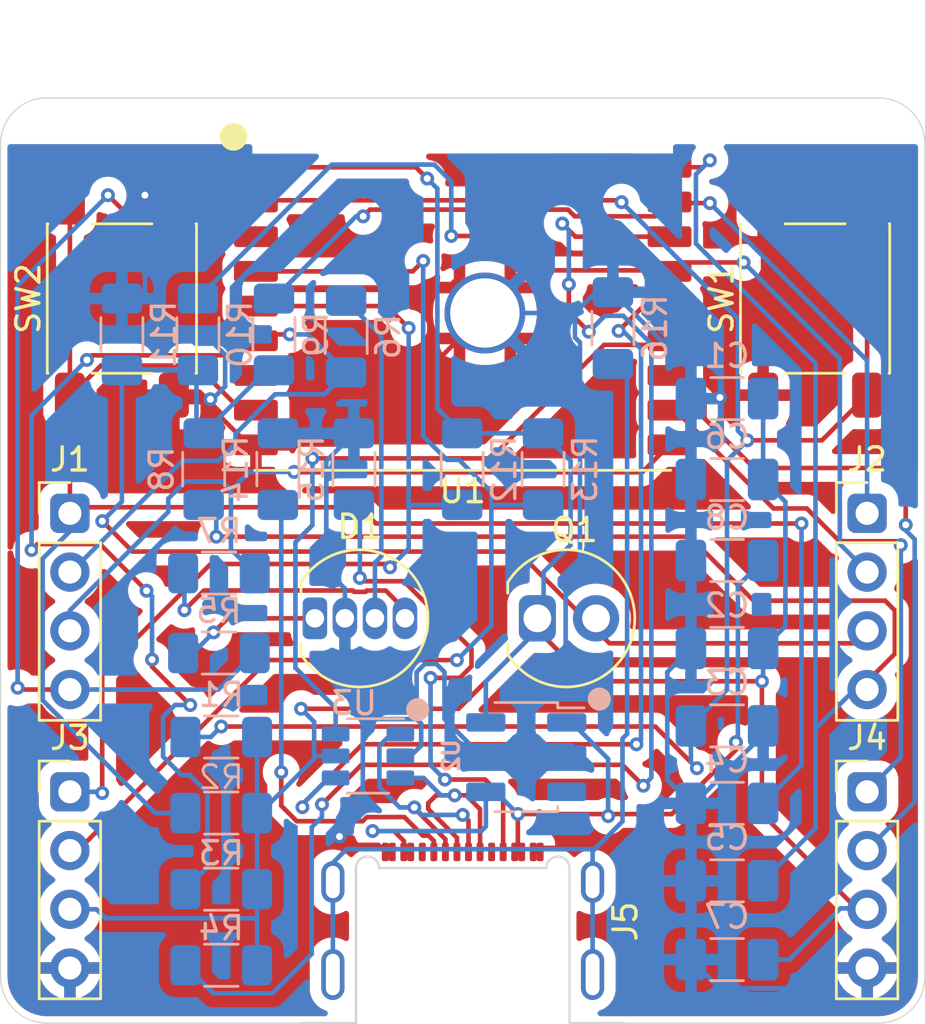
<source format=kicad_pcb>
(kicad_pcb (version 20241229) (generator "pcbnew") (generator_version "9.0")
  (layers (0 "F.Cu" signal) (2 "B.Cu" signal) (13 "F.Paste" user) (15 "B.Paste" user) (5 "F.SilkS" user "F.Silkscreen") (7 "B.SilkS" user "B.Silkscreen") (1 "F.Mask" user) (3 "B.Mask" user) (25 "Edge.Cuts" user))
  (net 0 "")
  (net 1 "+3.3V")
  (net 2 "GND")
  (net 3 "Net-(U1-EN)")
  (net 4 "BTN")
  (net 5 "LX_OUT")
  (net 6 "+5V")
  (net 7 "Net-(D1-Agreen)")
  (net 8 "Net-(D1-Ablue)")
  (net 9 "Net-(D1-Ared)")
  (net 10 "LED_B")
  (net 11 "LED_G")
  (net 12 "LED_R")
  (net 13 "LX_C")
  (net 14 "LX_A")
  (net 15 "LX_B")
  (net 16 "SCL")
  (net 17 "SDA")
  (net 18 "RX")
  (net 19 "TX")
  (net 20 "Net-(J5-CASE)")
  (net 22 "Net-(J5-CC1)")
  (net 23 "Net-(J5-D+-PadA6)")
  (net 25 "Net-(J5-D--PadA7)")
  (net 26 "Net-(J5-CC2)")
  (net 27 "Net-(U1-IO8)")
  (net 28 "Net-(U1-IO2{slash}ADC1_2{slash}FSPIQ)")
  (net 29 "USB_D-")
  (net 30 "USB_D+")
  (footprint "GEMS_library:PinHeader_1x04_P2.54mm_Vertical" (layer "F.Cu") (at 182.5 111.77)
    (property "Reference" "J2")
    (property "Value" "LX")
  )
  (footprint "GEMS_library:PinHeader_1x04_P2.54mm_Vertical" (layer "F.Cu") (at 148 123.81)
    (property "Reference" "J3")
    (property "Value" "I2C")
  )
  (footprint "GEMS_library:PT_D5.0mm" (layer "F.Cu") (at 169.5 112.5)
    (property "Reference" "Q1")
    (property "Value" "TEPT5700")
  )
  (footprint "GEMS_library:PinHeader_1x04_P2.54mm_Vertical" (layer "F.Cu") (at 182.5 123.81)
    (property "Reference" "J4")
    (property "Value" "UART")
  )
  (footprint "GEMS_library:SW_PUSH_6mm_SMD" (layer "F.Cu") (at 180.25 98.675 90)
    (property "Reference" "SW1")
    (property "Value" "RST")
  )
  (footprint "GEMS_library:SW_PUSH_6mm_SMD" (layer "F.Cu") (at 150.25 98.675 90)
    (property "Reference" "SW2")
    (property "Value" "BTN")
  )
  (footprint "GEMS_library:ESP32-C3-WROOM-02" (layer "F.Cu") (at 165 99)
    (property "Reference" "U1")
    (property "Value" "ESP32-C3")
  )
  (footprint "GEMS_library:LED_D5.0mm-4_RGB" (layer "F.Cu") (at 160.55 112.5)
    (property "Reference" "D1")
    (property "Value" "LED_BkRG")
  )
  (footprint "GEMS_library:PinHeader_1x04_P2.54mm_Vertical" (layer "F.Cu") (at 148 111.77)
    (property "Reference" "J1")
    (property "Value" "RGB")
  )
  (footprint "GEMS_library:USB-C_MOLEX-216990-0001" (layer "F.Cu") (at 165 126.75)
    (property "Reference" "J5")
    (property "Value" "USB_C_USB2.0")
    (fp_line (start -7 3.25) (end -4.62 3.25) (stroke (width 0.1)) (layer "Edge.Cuts"))
    (fp_line (start -4.62 3.25) (end -4.62 -3.45) (stroke (width 0.1)) (layer "Edge.Cuts"))
    (fp_line (start 3.62 -3.45) (end -3.62 -3.45) (stroke (width 0.1)) (layer "Edge.Cuts"))
    (fp_line (start 4.62 3.25) (end 4.62 -3.45) (stroke (width 0.1)) (layer "Edge.Cuts"))
    (fp_line (start 7 3.25) (end 4.62 3.25) (stroke (width 0.1)) (layer "Edge.Cuts"))
    (fp_arc (start -4.62 -3.45) (mid -4.12 -3.95) (end -3.62 -3.45) (stroke (width 0.1)) (layer "Edge.Cuts"))
    (fp_arc (start 3.62 -3.45) (mid 4.12 -3.95) (end 4.62 -3.45) (stroke (width 0.1)) (layer "Edge.Cuts"))
  )
  (footprint "GEMS_library:R_1206_(3216)" (layer "B.Cu") (at 154.45 114 180)
    (property "Reference" "R5")
    (property "Value" "27")
  )
  (footprint "GEMS_library:R_1206_(3216)" (layer "B.Cu") (at 150.25 100.225 90)
    (property "Reference" "R11")
    (property "Value" "200k")
  )
  (footprint "GEMS_library:SOT-23-6" (layer "B.Cu") (at 160.9 118.45 180)
    (property "Reference" "U3")
    (property "Value" "USBLC6-2SC6")
  )
  (footprint "GEMS_library:R_1206_(3216)" (layer "B.Cu") (at 154.45 110.545 180)
    (property "Reference" "R7")
    (property "Value" "27")
  )
  (footprint "GEMS_library:C_1206_(3216)" (layer "B.Cu") (at 176.4375 106.5 180)
    (property "Reference" "C6")
    (property "Value" "10uF")
  )
  (footprint "GEMS_library:C_1206_(3216)" (layer "B.Cu") (at 176.4375 117.15 180)
    (property "Reference" "C3")
    (property "Value" "0.1uF")
  )
  (footprint "GEMS_library:R_1206_(3216)" (layer "B.Cu") (at 164.9768 106.05 90)
    (property "Reference" "R12")
    (property "Value" "2.2k")
  )
  (footprint "GEMS_library:R_1206_(3216)" (layer "B.Cu") (at 154.55 120.92 180)
    (property "Reference" "R2")
    (property "Value" "100k")
  )
  (footprint "GEMS_library:SOT-89-5" (layer "B.Cu") (at 167.75 118.5 -90)
    (property "Reference" "U2")
    (property "Value" "R1170H331B")
  )
  (footprint "GEMS_library:C_1206_(3216)" (layer "B.Cu") (at 176.4375 120.5 180)
    (property "Reference" "C4")
    (property "Value" "0.1uF")
  )
  (footprint "GEMS_library:R_1206_(3216)" (layer "B.Cu") (at 156.83 100.225 90)
    (property "Reference" "R9")
    (property "Value" "510")
  )
  (footprint "GEMS_library:R_1206_(3216)" (layer "B.Cu") (at 154.55 127.5 180)
    (property "Reference" "R4")
    (property "Value" "100k")
  )
  (footprint "GEMS_library:R_1206_(3216)" (layer "B.Cu") (at 153.79 106.05 -90)
    (property "Reference" "R8")
    (property "Value" "5.1k")
  )
  (footprint "GEMS_library:R_1206_(3216)" (layer "B.Cu") (at 154.55 117.63 180)
    (property "Reference" "R1")
    (property "Value" "100k")
  )
  (footprint "GEMS_library:C_1206_(3216)" (layer "B.Cu") (at 176.4375 103 180)
    (property "Reference" "C1")
    (property "Value" "10uF")
  )
  (footprint "GEMS_library:R_1206_(3216)" (layer "B.Cu") (at 157 106.05 -90)
    (property "Reference" "R14")
    (property "Value" "5.1k")
  )
  (footprint "GEMS_library:R_1206_(3216)" (layer "B.Cu") (at 153.54 100.225 90)
    (property "Reference" "R10")
    (property "Value" "10k")
  )
  (footprint "GEMS_library:C_1206_(3216)" (layer "B.Cu") (at 176.4375 127.255 180)
    (property "Reference" "C7")
    (property "Value" "0.1uF")
  )
  (footprint "GEMS_library:C_1206_(3216)" (layer "B.Cu") (at 176.4375 110 180)
    (property "Reference" "C8")
    (property "Value" "10uF")
  )
  (footprint "GEMS_library:C_1206_(3216)" (layer "B.Cu") (at 176.4375 123.85 180)
    (property "Reference" "C5")
    (property "Value" "0.1uF")
  )
  (footprint "GEMS_library:C_1206_(3216)" (layer "B.Cu") (at 176.4375 113.8 180)
    (property "Reference" "C2")
    (property "Value" "0.1uF")
  )
  (footprint "GEMS_library:R_1206_(3216)" (layer "B.Cu") (at 159.955 100.325 90)
    (property "Reference" "R6")
    (property "Value" "82")
  )
  (footprint "GEMS_library:R_1206_(3216)" (layer "B.Cu") (at 160.29 106.05 -90)
    (property "Reference" "R15")
    (property "Value" "5.1k")
  )
  (footprint "GEMS_library:R_1206_(3216)" (layer "B.Cu") (at 168.4768 106.05 90)
    (property "Reference" "R13")
    (property "Value" "2.2k")
  )
  (footprint "GEMS_library:R_1206_(3216)" (layer "B.Cu") (at 171.5 99.95 90)
    (property "Reference" "R16")
    (property "Value" "1M")
  )
  (footprint "GEMS_library:R_1206_(3216)" (layer "B.Cu") (at 154.55 124.21 180)
    (property "Reference" "R3")
    (property "Value" "100k")
  )
  (gr_arc (start 147 130) (mid 145.585786 129.414214) (end 145 128) (stroke (width 0.05)) (layer "Edge.Cuts"))
  (gr_line (start 183 90) (end 147 90) (stroke (width 0.05)) (layer "Edge.Cuts"))
  (gr_line (start 185 128) (end 185 92) (stroke (width 0.05)) (layer "Edge.Cuts"))
  (gr_arc (start 183 90) (mid 184.414214 90.585786) (end 185 92) (stroke (width 0.05)) (layer "Edge.Cuts"))
  (gr_line (start 175 130) (end 183 130) (stroke (width 0.05)) (layer "Edge.Cuts"))
  (gr_line (start 158 130) (end 155 130) (stroke (width 0.05)) (layer "Edge.Cuts"))
  (gr_line (start 147 130) (end 155 130) (stroke (width 0.05)) (layer "Edge.Cuts"))
  (gr_line (start 145 92) (end 145 128) (stroke (width 0.05)) (layer "Edge.Cuts"))
  (gr_arc (start 145 92) (mid 145.585786 90.585786) (end 147 90) (stroke (width 0.05)) (layer "Edge.Cuts"))
  (gr_line (start 172 130) (end 175 130) (stroke (width 0.05)) (layer "Edge.Cuts"))
  (gr_arc (start 185 128) (mid 184.414214 129.414214) (end 183 130) (stroke (width 0.05)) (layer "Edge.Cuts"))
  (segment (start 177.948 120.948) (end 182.08 125.08) (width 0.2) (layer "F.Cu") (net 1))
  (segment (start 164.82 116.41) (end 158.004 116.41) (width 0.2) (layer "F.Cu") (net 1))
  (segment (start 156.05 93) (end 162.978 93) (width 0.2) (layer "F.Cu") (net 1))
  (segment (start 170.452 115.222) (end 168.23 113) (width 0.2) (layer "F.Cu") (net 1))
  (segment (start 182.08 125.08) (end 182.5 125.08) (width 0.2) (layer "F.Cu") (net 1))
  (segment (start 168.23 113) (end 164.82 116.41) (width 0.2) (layer "F.Cu") (net 1))
  (segment (start 177.948 115.222) (end 170.452 115.222) (width 0.2) (layer "F.Cu") (net 1))
  (segment (start 177.948 115.222) (end 177.948 120.948) (width 0.2) (layer "F.Cu") (net 1))
  (segment (start 162.978 93) (end 163.463 93.4849) (width 0.2) (layer "F.Cu") (net 1))
  (segment (start 168.23 113) (end 168.23 112.5) (width 0.2) (layer "F.Cu") (net 1))
  (via (at 177.948 115.222) (size 0.6) (drill 0.3) (layers "F.Cu" "B.Cu") (net 1))
  (via (at 163.463 93.4849) (size 0.6) (drill 0.3) (layers "F.Cu" "B.Cu") (net 1))
  (via (at 158.004 116.41) (size 0.6) (drill 0.3) (layers "F.Cu" "B.Cu") (net 1))
  (segment (start 178.965 107.465) (end 178.965 112.835) (width 0.2) (layer "B.Cu") (net 1))
  (segment (start 158.57 116.976) (end 158.57 118.45) (width 0.2) (layer "B.Cu") (net 1))
  (segment (start 182.5 125.04) (end 182.46 125.04) (width 0.2) (layer "B.Cu") (net 1))
  (segment (start 168.5 110.5) (end 168.5 112.73) (width 0.2) (layer "B.Cu") (net 1))
  (segment (start 163.903 93.9247) (end 163.903 103.426) (width 0.2) (layer "B.Cu") (net 1))
  (segment (start 182.46 125.04) (end 182.5 125.08) (width 0.2) (layer "B.Cu") (net 1))
  (segment (start 163.903 103.426) (end 164.9768 104.4998) (width 0.2) (layer "B.Cu") (net 1))
  (segment (start 156.1 124.21) (end 156.1 120.92) (width 0.2) (layer "B.Cu") (net 1))
  (segment (start 156.1 120.92) (end 156.1 117.63) (width 0.2) (layer "B.Cu") (net 1))
  (segment (start 164.9768 104.4998) (end 164.9768 104.5) (width 0.2) (layer "B.Cu") (net 1))
  (segment (start 158.57 118.578) (end 158.57 118.45) (width 0.2) (layer "B.Cu") (net 1))
  (segment (start 169.67 109.33) (end 168.5 110.5) (width 0.2) (layer "B.Cu") (net 1))
  (segment (start 156.1 125.468) (end 156.1 124.21) (width 0.2) (layer "B.Cu") (net 1))
  (segment (start 178 115.17) (end 177.948 115.222) (width 0.2) (layer "B.Cu") (net 1))
  (segment (start 168.4768 104.5) (end 168.477 104.5) (width 0.2) (layer "B.Cu") (net 1))
  (segment (start 168.48 112.75) (end 166 115.23) (width 0.2) (layer "B.Cu") (net 1))
  (segment (start 149.152 125.08) (end 149.539 125.468) (width 0.2) (layer "B.Cu") (net 1))
  (segment (start 168.477 104.5) (end 169.67 105.693) (width 0.2) (layer "B.Cu") (net 1))
  (segment (start 149.539 125.468) (end 156.1 125.468) (width 0.2) (layer "B.Cu") (net 1))
  (segment (start 159.5 118.45) (end 158.57 118.45) (width 0.2) (layer "B.Cu") (net 1))
  (segment (start 182.46 125.04) (end 181.348 125.04) (width 0.2) (layer "B.Cu") (net 1))
  (segment (start 168.5 112.73) (end 168.48 112.75) (width 0.2) (layer "B.Cu") (net 1))
  (segment (start 168.23 112.5) (end 168.48 112.75) (width 0.2) (layer "B.Cu") (net 1))
  (segment (start 166 115.23) (end 166 117) (width 0.2) (layer "B.Cu") (net 1))
  (segment (start 179.133 127.255) (end 178 127.255) (width 0.2) (layer "B.Cu") (net 1))
  (segment (start 158.004 116.41) (end 158.57 116.976) (width 0.2) (layer "B.Cu") (net 1))
  (segment (start 178 113.8) (end 178 115.17) (width 0.2) (layer "B.Cu") (net 1))
  (segment (start 178 103) (end 178 106.5) (width 0.2) (layer "B.Cu") (net 1))
  (segment (start 156.228 120.92) (end 158.57 118.578) (width 0.2) (layer "B.Cu") (net 1))
  (segment (start 164.9768 104.4998) (end 164.977 104.5) (width 0.2) (layer "B.Cu") (net 1))
  (segment (start 163.463 93.4849) (end 163.903 93.9247) (width 0.2) (layer "B.Cu") (net 1))
  (segment (start 169.67 105.693) (end 169.67 109.33) (width 0.2) (layer "B.Cu") (net 1))
  (segment (start 156.1 120.92) (end 156.228 120.92) (width 0.2) (layer "B.Cu") (net 1))
  (segment (start 156.1 127.5) (end 156.1 125.468) (width 0.2) (layer "B.Cu") (net 1))
  (segment (start 178 106.5) (end 178.965 107.465) (width 0.2) (layer "B.Cu") (net 1))
  (segment (start 181.348 125.04) (end 179.133 127.255) (width 0.2) (layer "B.Cu") (net 1))
  (segment (start 164.977 104.5) (end 168.4768 104.5) (width 0.2) (layer "B.Cu") (net 1))
  (segment (start 178.965 112.835) (end 178 113.8) (width 0.2) (layer "B.Cu") (net 1))
  (segment (start 148 125.08) (end 149.152 125.08) (width 0.2) (layer "B.Cu") (net 1))
  (segment (start 178 94.5) (end 178 102.85) (width 0.2) (layer "F.Cu") (net 2))
  (segment (start 166.51 98.2) (end 165.96 98.2) (width 0.2) (layer "F.Cu") (net 2))
  (segment (start 165.96 99.3) (end 164.86 99.3) (width 0.2) (layer "F.Cu") (net 2))
  (segment (start 153.956 103.224) (end 153.956 103.152) (width 0.2) (layer "F.Cu") (net 2))
  (segment (start 182.46 127.58) (end 181.348 127.58) (width 0.2) (layer "F.Cu") (net 2))
  (segment (start 152.802 103.152) (end 152.5 102.85) (width 0.2) (layer "F.Cu") (net 2))
  (segment (start 154.08 103.027) (end 153.956 103.152) (width 0.2) (layer "F.Cu") (net 2))
  (segment (start 166.51 99.3) (end 165.96 99.3) (width 0.2) (layer "F.Cu") (net 2))
  (segment (start 155.732 105) (end 153.956 103.224) (width 0.2) (layer "F.Cu") (net 2))
  (segment (start 181.348 127.58) (end 176.194 122.426) (width 0.2) (layer "F.Cu") (net 2))
  (segment (start 165.96 100.4) (end 164.86 100.4) (width 0.2) (layer "F.Cu") (net 2))
  (segment (start 182.5 127.58) (end 182.46 127.58) (width 0.2) (layer "F.Cu") (net 2))
  (segment (start 161.346 122.296) (end 161.65 122.6) (width 0.2) (layer "F.Cu") (net 2))
  (segment (start 164.86 100.4) (end 160.277 104.983) (width 0.2) (layer "F.Cu") (net 2))
  (segment (start 176.232 102.85) (end 176.13 102.952) (width 0.2) (layer "F.Cu") (net 2))
  (segment (start 165.96 98.2) (end 164.86 98.2) (width 0.2) (layer "F.Cu") (net 2))
  (segment (start 167.06 99.3) (end 166.51 99.3) (width 0.2) (layer "F.Cu") (net 2))
  (segment (start 152.206 94.2062) (end 152.5 94.5) (width 0.2) (layer "F.Cu") (net 2))
  (segment (start 167.06 100.4) (end 167.06 99.3) (width 0.2) (layer "F.Cu") (net 2))
  (segment (start 160.277 104.983) (end 156.067 104.983) (width 0.2) (layer "F.Cu") (net 2))
  (segment (start 167.06 100.4) (end 165.96 100.4) (width 0.2) (layer "F.Cu") (net 2))
  (segment (start 182.46 127.58) (end 182.5 127.62) (width 0.2) (layer "F.Cu") (net 2))
  (segment (start 151.246 94.2062) (end 152.206 94.2062) (width 0.2) (layer "F.Cu") (net 2))
  (segment (start 161.95 122.6) (end 161.65 122.6) (width 0.2) (layer "F.Cu") (net 2))
  (segment (start 168.524 122.426) (end 168.35 122.6) (width 0.2) (layer "F.Cu") (net 2))
  (segment (start 156.05 105) (end 155.732 105) (width 0.2) (layer "F.Cu") (net 2))
  (segment (start 167.06 98.2) (end 166.51 98.2) (width 0.2) (layer "F.Cu") (net 2))
  (segment (start 176.194 122.426) (end 168.524 122.426) (width 0.2) (layer "F.Cu") (net 2))
  (segment (start 178 102.85) (end 176.232 102.85) (width 0.2) (layer "F.Cu") (net 2))
  (segment (start 166.51 99.3) (end 166.51 98.2) (width 0.2) (layer "F.Cu") (net 2))
  (segment (start 159.668 121.933) (end 160.031 122.296) (width 0.2) (layer "F.Cu") (net 2))
  (segment (start 160.031 122.296) (end 161.346 122.296) (width 0.2) (layer "F.Cu") (net 2))
  (segment (start 168.05 122.6) (end 168.35 122.6) (width 0.2) (layer "F.Cu") (net 2))
  (segment (start 156.067 104.983) (end 156.05 105) (width 0.2) (layer "F.Cu") (net 2))
  (segment (start 153.956 103.152) (end 152.802 103.152) (width 0.2) (layer "F.Cu") (net 2))
  (via (at 151.246 94.2062) (size 0.6) (drill 0.3) (layers "F.Cu" "B.Cu") (net 2))
  (via (at 159.668 121.933) (size 0.6) (drill 0.3) (layers "F.Cu" "B.Cu") (net 2))
  (via (at 176.13 102.952) (size 0.6) (drill 0.3) (layers "F.Cu" "B.Cu") (net 2))
  (via (at 154.08 103.027) (size 0.6) (drill 0.3) (layers "F.Cu" "B.Cu") (net 2))
  (segment (start 169.856 100.358) (end 170.073 100.574) (width 0.2) (layer "B.Cu") (net 2))
  (segment (start 154.164 103.027) (end 154.08 103.027) (width 0.2) (layer "B.Cu") (net 2))
  (segment (start 159.668 121.933) (end 160.676 120.925) (width 0.2) (layer "B.Cu") (net 2))
  (segment (start 159.9 113.702) (end 159.9 112.5) (width 0.2) (layer "B.Cu") (net 2))
  (segment (start 173.853 119.478) (end 173.853 114.822) (width 0.2) (layer "B.Cu") (net 2))
  (segment (start 174.875 103) (end 174.875 102.952) (width 0.2) (layer "B.Cu") (net 2))
  (segment (start 170.756 98.4) (end 169.856 99.3) (width 0.2) (layer "B.Cu") (net 2))
  (segment (start 169.856 99.3) (end 169.856 100.358) (width 0.2) (layer "B.Cu") (net 2))
  (segment (start 163.359 114.472) (end 163.006 114.824) (width 0.2) (layer "B.Cu") (net 2))
  (segment (start 171.5 98.4) (end 170.756 98.4) (width 0.2) (layer "B.Cu") (net 2))
  (segment (start 154.238 100.625) (end 154.718 101.105) (width 0.2) (layer "B.Cu") (net 2))
  (segment (start 163.202 117.999) (end 162.751 118.45) (width 0.2) (layer "B.Cu") (net 2))
  (segment (start 173.853 114.822) (end 174.875 113.8) (width 0.2) (layer "B.Cu") (net 2))
  (segment (start 167.75 118.5) (end 165.857 118.5) (width 0.2) (layer "B.Cu") (net 2))
  (segment (start 174.875 102.952) (end 176.13 102.952) (width 0.2) (layer "B.Cu") (net 2))
  (segment (start 160.676 120.925) (end 160.676 116.857) (width 0.2) (layer "B.Cu") (net 2))
  (segment (start 151.246 98.4417) (end 153.429 100.625) (width 0.2) (layer "B.Cu") (net 2))
  (segment (start 150.483 98.4417) (end 151.246 98.4417) (width 0.2) (layer "B.Cu") (net 2))
  (segment (start 178 117.528) (end 178 117.15) (width 0.2) (layer "B.Cu") (net 2))
  (segment (start 163.006 116.857) (end 163.202 117.053) (width 0.2) (layer "B.Cu") (net 2))
  (segment (start 174.875 127.255) (end 174.875 123.85) (width 0.2) (layer "B.Cu") (net 2))
  (segment (start 160.676 116.857) (end 160.676 114.478) (width 0.2) (layer "B.Cu") (net 2))
  (segment (start 182.46 127.58) (end 182.5 127.62) (width 0.2) (layer "B.Cu") (net 2))
  (segment (start 174.875 123.85) (end 174.875 120.5) (width 0.2) (layer "B.Cu") (net 2))
  (segment (start 160.29 104.5) (end 159.096 105.694) (width 0.2) (layer "B.Cu") (net 2))
  (segment (start 150.25 98.675) (end 150.483 98.4417) (width 0.2) (layer "B.Cu") (net 2))
  (segment (start 174.875 113.8) (end 174.875 110) (width 0.2) (layer "B.Cu") (net 2))
  (segment (start 169.856 99.3) (end 165.96 99.3) (width 0.2) (layer "B.Cu") (net 2))
  (segment (start 159.9 111.215) (end 159.9 112.5) (width 0.2) (layer "B.Cu") (net 2))
  (segment (start 170.073 100.574) (end 170.073 109.927) (width 0.2) (layer "B.Cu") (net 2))
  (segment (start 181.348 127.58) (end 180.429 128.499) (width 0.2) (layer "B.Cu") (net 2))
  (segment (start 174.875 102.952) (end 174.875 101.775) (width 0.2) (layer "B.Cu") (net 2))
  (segment (start 174.875 101.775) (end 171.5 98.4) (width 0.2) (layer "B.Cu") (net 2))
  (segment (start 174.875 120.5) (end 175.028 120.5) (width 0.2) (layer "B.Cu") (net 2))
  (segment (start 159.096 105.694) (end 159.096 110.412) (width 0.2) (layer "B.Cu") (net 2))
  (segment (start 160.676 114.478) (end 159.9 113.702) (width 0.2) (layer "B.Cu") (net 2))
  (segment (start 164.21 114.824) (end 163.857 114.472) (width 0.2) (layer "B.Cu") (net 2))
  (segment (start 169.454 115.144) (end 167.75 116.847) (width 0.2) (layer "B.Cu") (net 2))
  (segment (start 151.246 94.2062) (end 151.246 98.4417) (width 0.2) (layer "B.Cu") (net 2))
  (segment (start 182.46 127.58) (end 181.348 127.58) (width 0.2) (layer "B.Cu") (net 2))
  (segment (start 169.454 110.546) (end 169.454 115.144) (width 0.2) (layer "B.Cu") (net 2))
  (segment (start 154.718 102.473) (end 154.164 103.027) (width 0.2) (layer "B.Cu") (net 2))
  (segment (start 164.21 116.852) (end 164.21 114.824) (width 0.2) (layer "B.Cu") (net 2))
  (segment (start 160.676 116.857) (end 163.006 116.857) (width 0.2) (layer "B.Cu") (net 2))
  (segment (start 163.202 117.053) (end 163.202 117.999) (width 0.2) (layer "B.Cu") (net 2))
  (segment (start 180.429 128.499) (end 176.119 128.499) (width 0.2) (layer "B.Cu") (net 2))
  (segment (start 182.5 127.58) (end 182.46 127.58) (width 0.2) (layer "B.Cu") (net 2))
  (segment (start 162.751 118.45) (end 162.3 118.45) (width 0.2) (layer "B.Cu") (net 2))
  (segment (start 160.29 104.5) (end 157 104.5) (width 0.2) (layer "B.Cu") (net 2))
  (segment (start 153.429 100.625) (end 154.238 100.625) (width 0.2) (layer "B.Cu") (net 2))
  (segment (start 175.028 120.5) (end 178 117.528) (width 0.2) (layer "B.Cu") (net 2))
  (segment (start 174.875 110) (end 174.875 106.5) (width 0.2) (layer "B.Cu") (net 2))
  (segment (start 163.006 114.824) (end 163.006 116.857) (width 0.2) (layer "B.Cu") (net 2))
  (segment (start 163.857 114.472) (end 163.359 114.472) (width 0.2) (layer "B.Cu") (net 2))
  (segment (start 165.857 118.5) (end 164.21 116.852) (width 0.2) (layer "B.Cu") (net 2))
  (segment (start 174.875 106.5) (end 174.875 103) (width 0.2) (layer "B.Cu") (net 2))
  (segment (start 174.875 120.5) (end 173.853 119.478) (width 0.2) (layer "B.Cu") (net 2))
  (segment (start 176.119 128.499) (end 174.875 127.255) (width 0.2) (layer "B.Cu") (net 2))
  (segment (start 170.073 109.927) (end 169.454 110.546) (width 0.2) (layer "B.Cu") (net 2))
  (segment (start 167.75 116.847) (end 167.75 118.5) (width 0.2) (layer "B.Cu") (net 2))
  (segment (start 159.096 110.412) (end 159.9 111.215) (width 0.2) (layer "B.Cu") (net 2))
  (segment (start 154.718 101.105) (end 154.718 102.473) (width 0.2) (layer "B.Cu") (net 2))
  (segment (start 180.546 104.804) (end 177.319 104.804) (width 0.2) (layer "F.Cu") (net 3))
  (segment (start 156.122 94.4281) (end 156.05 94.5) (width 0.2) (layer "F.Cu") (net 3))
  (segment (start 173.332 117.178) (end 175.134 118.98) (width 0.2) (layer "F.Cu") (net 3))
  (segment (start 182.5 94.5) (end 182.5 102.85) (width 0.2) (layer "F.Cu") (net 3))
  (segment (start 182.5 102.85) (end 180.546 104.804) (width 0.2) (layer "F.Cu") (net 3))
  (segment (start 171.793 94.4281) (end 156.122 94.4281) (width 0.2) (layer "F.Cu") (net 3))
  (segment (start 171.872 94.5065) (end 171.793 94.4281) (width 0.2) (layer "F.Cu") (net 3))
  (segment (start 154.55 117.178) (end 173.332 117.178) (width 0.2) (layer "F.Cu") (net 3))
  (via (at 177.319 104.804) (size 0.6) (drill 0.3) (layers "F.Cu" "B.Cu") (net 3))
  (via (at 171.872 94.5065) (size 0.6) (drill 0.3) (layers "F.Cu" "B.Cu") (net 3))
  (via (at 154.55 117.178) (size 0.6) (drill 0.3) (layers "F.Cu" "B.Cu") (net 3))
  (via (at 175.134 118.98) (size 0.6) (drill 0.3) (layers "F.Cu" "B.Cu") (net 3))
  (segment (start 153 117.63) (end 154.098 117.63) (width 0.2) (layer "B.Cu") (net 3))
  (segment (start 154.098 117.63) (end 154.55 117.178) (width 0.2) (layer "B.Cu") (net 3))
  (segment (start 175.134 118.98) (end 174.875 118.721) (width 0.2) (layer "B.Cu") (net 3))
  (segment (start 176.908 99.543) (end 176.908 104.392) (width 0.2) (layer "B.Cu") (net 3))
  (segment (start 176.436 105.686) (end 177.319 104.804) (width 0.2) (layer "B.Cu") (net 3))
  (segment (start 176.908 104.392) (end 177.319 104.804) (width 0.2) (layer "B.Cu") (net 3))
  (segment (start 174.875 118.721) (end 174.875 117.15) (width 0.2) (layer "B.Cu") (net 3))
  (segment (start 174.875 117.15) (end 176.436 115.589) (width 0.2) (layer "B.Cu") (net 3))
  (segment (start 176.436 115.589) (end 176.436 105.686) (width 0.2) (layer "B.Cu") (net 3))
  (segment (start 171.872 94.5065) (end 176.908 99.543) (width 0.2) (layer "B.Cu") (net 3))
  (segment (start 153.475 101.571) (end 155.404 103.5) (width 0.2) (layer "F.Cu") (net 4))
  (segment (start 148.262 107.698) (end 148 107.96) (width 0.2) (layer "F.Cu") (net 4))
  (segment (start 149.345 101.571) (end 153.475 101.571) (width 0.2) (layer "F.Cu") (net 4))
  (segment (start 148 94.5) (end 148 102.85) (width 0.2) (layer "F.Cu") (net 4))
  (segment (start 148.066 102.85) (end 149.345 101.571) (width 0.2) (layer "F.Cu") (net 4))
  (segment (start 148 102.85) (end 148 107.96) (width 0.2) (layer "F.Cu") (net 4))
  (segment (start 155.404 103.5) (end 156.05 103.5) (width 0.2) (layer "F.Cu") (net 4))
  (segment (start 161.239 108.401) (end 160.536 107.698) (width 0.2) (layer "F.Cu") (net 4))
  (segment (start 179.661 108.401) (end 161.239 108.401) (width 0.2) (layer "F.Cu") (net 4))
  (segment (start 160.536 107.698) (end 148.262 107.698) (width 0.2) (layer "F.Cu") (net 4))
  (segment (start 148 102.85) (end 148.066 102.85) (width 0.2) (layer "F.Cu") (net 4))
  (via (at 179.661 108.401) (size 0.6) (drill 0.3) (layers "F.Cu" "B.Cu") (net 4))
  (segment (start 153 120.92) (end 151.699 120.92) (width 0.2) (layer "B.Cu") (net 4))
  (segment (start 148 108.74) (end 148 107.96) (width 0.2) (layer "B.Cu") (net 4))
  (segment (start 151.699 120.92) (end 146.822 116.043) (width 0.2) (layer "B.Cu") (net 4))
  (segment (start 146.822 116.043) (end 146.822 109.918) (width 0.2) (layer "B.Cu") (net 4))
  (segment (start 146.822 109.918) (end 148 108.74) (width 0.2) (layer "B.Cu") (net 4))
  (segment (start 179.661 118.839) (end 179.661 108.401) (width 0.2) (layer "B.Cu") (net 4))
  (segment (start 178 120.5) (end 179.661 118.839) (width 0.2) (layer "B.Cu") (net 4))
  (segment (start 175.393 93) (end 173.95 93) (width 0.2) (layer "F.Cu") (net 5))
  (segment (start 182.768 114.968) (end 183.699 114.038) (width 0.2) (layer "F.Cu") (net 5))
  (segment (start 177.588 111.737) (end 174.821 108.97) (width 0.2) (layer "F.Cu") (net 5))
  (segment (start 182.5 115.58) (end 182.5 114.968) (width 0.2) (layer "F.Cu") (net 5))
  (segment (start 183.699 114.038) (end 183.699 112.156) (width 0.2) (layer "F.Cu") (net 5))
  (segment (start 182.5 114.968) (end 182.768 114.968) (width 0.2) (layer "F.Cu") (net 5))
  (segment (start 183.281 111.737) (end 177.588 111.737) (width 0.2) (layer "F.Cu") (net 5))
  (segment (start 182.5 116.12) (end 182.5 115.58) (width 0.2) (layer "F.Cu") (net 5))
  (segment (start 175.694 92.6997) (end 175.393 93) (width 0.2) (layer "F.Cu") (net 5))
  (segment (start 174.821 108.97) (end 154.335 108.97) (width 0.2) (layer "F.Cu") (net 5))
  (segment (start 183.699 112.156) (end 183.281 111.737) (width 0.2) (layer "F.Cu") (net 5))
  (via (at 154.335 108.97) (size 0.6) (drill 0.3) (layers "F.Cu" "B.Cu") (net 5))
  (via (at 175.694 92.6997) (size 0.6) (drill 0.3) (layers "F.Cu" "B.Cu") (net 5))
  (segment (start 178 123.85) (end 180.267 121.583) (width 0.2) (layer "B.Cu") (net 5))
  (segment (start 154.335 108.145) (end 154.335 108.97) (width 0.2) (layer "B.Cu") (net 5))
  (segment (start 181.959 115.58) (end 180.267 117.272) (width 0.2) (layer "B.Cu") (net 5))
  (segment (start 153.79 107.6) (end 154.335 108.145) (width 0.2) (layer "B.Cu") (net 5))
  (segment (start 180.267 101.473) (end 180.267 117.272) (width 0.2) (layer "B.Cu") (net 5))
  (segment (start 182.5 115.58) (end 181.959 115.58) (width 0.2) (layer "B.Cu") (net 5))
  (segment (start 175.093 93.2999) (end 175.093 96.2996) (width 0.2) (layer "B.Cu") (net 5))
  (segment (start 175.093 96.2996) (end 180.267 101.473) (width 0.2) (layer "B.Cu") (net 5))
  (segment (start 180.267 121.583) (end 180.267 117.272) (width 0.2) (layer "B.Cu") (net 5))
  (segment (start 175.694 92.6997) (end 175.093 93.2999) (width 0.2) (layer "B.Cu") (net 5))
  (segment (start 167.385 120.962) (end 171.293 120.962) (width 0.2) (layer "F.Cu") (net 6))
  (segment (start 162.024 121.695) (end 161.096 121.695) (width 0.2) (layer "F.Cu") (net 6))
  (segment (start 167.25 122.6) (end 167.385 122.465) (width 0.2) (layer "F.Cu") (net 6))
  (segment (start 167.25 122.6) (end 167.55 122.6) (width 0.2) (layer "F.Cu") (net 6))
  (segment (start 171.293 120.962) (end 171.293 121.05) (width 0.2) (layer "F.Cu") (net 6))
  (segment (start 176.822 117.855) (end 176.822 118.187) (width 0.2) (layer "F.Cu") (net 6))
  (segment (start 174.046 120.962) (end 171.293 120.962) (width 0.2) (layer "F.Cu") (net 6))
  (segment (start 162.45 122.6) (end 162.45 122.121) (width 0.2) (layer "F.Cu") (net 6))
  (segment (start 176.822 118.187) (end 174.046 120.962) (width 0.2) (layer "F.Cu") (net 6))
  (segment (start 162.75 122.6) (end 162.45 122.6) (width 0.2) (layer "F.Cu") (net 6))
  (segment (start 167.385 122.465) (end 167.385 120.962) (width 0.2) (layer "F.Cu") (net 6))
  (segment (start 162.45 122.121) (end 162.024 121.695) (width 0.2) (layer "F.Cu") (net 6))
  (via (at 167.385 120.962) (size 0.6) (drill 0.3) (layers "F.Cu" "B.Cu") (net 6))
  (via (at 161.096 121.695) (size 0.6) (drill 0.3) (layers "F.Cu" "B.Cu") (net 6))
  (via (at 171.293 121.05) (size 0.6) (drill 0.3) (layers "F.Cu" "B.Cu") (net 6))
  (via (at 176.822 117.855) (size 0.6) (drill 0.3) (layers "F.Cu" "B.Cu") (net 6))
  (segment (start 176.908 111.092) (end 176.908 117.769) (width 0.2) (layer "B.Cu") (net 6))
  (segment (start 166.422 120) (end 167.385 120.962) (width 0.2) (layer "B.Cu") (net 6))
  (segment (start 166 120) (end 166.422 120) (width 0.2) (layer "B.Cu") (net 6))
  (segment (start 176.908 117.769) (end 176.822 117.855) (width 0.2) (layer "B.Cu") (net 6))
  (segment (start 165.805 121.695) (end 161.096 121.695) (width 0.2) (layer "B.Cu") (net 6))
  (segment (start 171.293 118.576) (end 169.717 117) (width 0.2) (layer "B.Cu") (net 6))
  (segment (start 178 110) (end 176.908 111.092) (width 0.2) (layer "B.Cu") (net 6))
  (segment (start 166 120) (end 166 121.5) (width 0.2) (layer "B.Cu") (net 6))
  (segment (start 166 121.5) (end 165.805 121.695) (width 0.2) (layer "B.Cu") (net 6))
  (segment (start 169.717 117) (end 169.5 117) (width 0.2) (layer "B.Cu") (net 6))
  (segment (start 171.293 121.05) (end 171.293 118.576) (width 0.2) (layer "B.Cu") (net 6))
  (segment (start 160.798943 111.354) (end 160.853943 111.299) (width 0.2) (layer "F.Cu") (net 7))
  (segment (start 160.853943 111.299) (end 161.669 111.299) (width 0.2) (layer "F.Cu") (net 7))
  (segment (start 160.301 111.354) (end 160.798943 111.354) (width 0.2) (layer "F.Cu") (net 7))
  (segment (start 162.5 112.13) (end 162.5 112.5) (width 0.2) (layer "F.Cu") (net 7))
  (segment (start 160.244 111.297) (end 153.806 111.297) (width 0.2) (layer "F.Cu") (net 7))
  (segment (start 153.806 111.297) (end 152.957 112.146) (width 0.2) (layer "F.Cu") (net 7))
  (segment (start 161.669 111.299) (end 162.5 112.13) (width 0.2) (layer "F.Cu") (net 7))
  (segment (start 160.244 111.297) (end 160.301 111.354) (width 0.2) (layer "F.Cu") (net 7))
  (via (at 152.957 112.146) (size 0.6) (drill 0.3) (layers "F.Cu" "B.Cu") (net 7))
  (segment (start 152.957 110.602) (end 152.957 112.146) (width 0.2) (layer "B.Cu") (net 7))
  (segment (start 152.9 110.545) (end 152.957 110.602) (width 0.2) (layer "B.Cu") (net 7))
  (segment (start 154.827 112.5) (end 158.6 112.5) (width 0.2) (layer "F.Cu") (net 8))
  (segment (start 154.219 113.108) (end 154.827 112.5) (width 0.2) (layer "F.Cu") (net 8))
  (via (at 154.219 113.108) (size 0.6) (drill 0.3) (layers "F.Cu" "B.Cu") (net 8))
  (segment (start 152.9 114) (end 153.327 114) (width 0.2) (layer "B.Cu") (net 8))
  (segment (start 153.327 114) (end 154.219 113.108) (width 0.2) (layer "B.Cu") (net 8))
  (segment (start 161.477 109.821) (end 161.2 110.098) (width 0.2) (layer "B.Cu") (net 9))
  (segment (start 161.2 110.098) (end 161.2 112.5) (width 0.2) (layer "B.Cu") (net 9))
  (segment (start 161.477 100.297) (end 161.477 109.821) (width 0.2) (layer "B.Cu") (net 9))
  (segment (start 159.955 98.775) (end 161.477 100.297) (width 0.2) (layer "B.Cu") (net 9))
  (segment (start 155.927 95.877) (end 155.927 95.8769) (width 0.2) (layer "F.Cu") (net 10))
  (segment (start 148 115.58) (end 145.819 115.58) (width 0.2) (layer "F.Cu") (net 10))
  (segment (start 155.927 95.8769) (end 151.318 95.8769) (width 0.2) (layer "F.Cu") (net 10))
  (segment (start 151.318 95.8769) (end 149.647 94.2062) (width 0.2) (layer "F.Cu") (net 10))
  (segment (start 156.05 96) (end 155.927 95.877) (width 0.2) (layer "F.Cu") (net 10))
  (segment (start 145.819 115.58) (end 145.739 115.5) (width 0.2) (layer "F.Cu") (net 10))
  (via (at 145.739 115.5) (size 0.6) (drill 0.3) (layers "F.Cu" "B.Cu") (net 10))
  (via (at 149.647 94.2062) (size 0.6) (drill 0.3) (layers "F.Cu" "B.Cu") (net 10))
  (segment (start 145.739 98.114) (end 149.647 94.2062) (width 0.2) (layer "B.Cu") (net 10))
  (segment (start 145.739 115.5) (end 145.739 98.114) (width 0.2) (layer "B.Cu") (net 10))
  (segment (start 156 114) (end 154.42 115.58) (width 0.2) (layer "B.Cu") (net 10))
  (segment (start 154.42 115.58) (end 148 115.58) (width 0.2) (layer "B.Cu") (net 10))
  (segment (start 157.704 106.17) (end 157.721 106.187) (width 0.2) (layer "F.Cu") (net 11))
  (segment (start 172.763 106.187) (end 173.95 105) (width 0.2) (layer "F.Cu") (net 11))
  (segment (start 157.721 106.187) (end 172.763 106.187) (width 0.2) (layer "F.Cu") (net 11))
  (via (at 157.704 106.17) (size 0.6) (drill 0.3) (layers "F.Cu" "B.Cu") (net 11))
  (segment (start 154.968 106.971) (end 155.769 106.17) (width 0.2) (layer "B.Cu") (net 11))
  (segment (start 152.258 107.899) (end 148 112.157) (width 0.2) (layer "B.Cu") (net 11))
  (segment (start 148 112.157) (end 148 113.04) (width 0.2) (layer "B.Cu") (net 11))
  (segment (start 154.968 106.971) (end 154.583 106.586) (width 0.2) (layer "B.Cu") (net 11))
  (segment (start 154.583 106.586) (end 152.996 106.586) (width 0.2) (layer "B.Cu") (net 11))
  (segment (start 156 110.545) (end 154.968 109.513) (width 0.2) (layer "B.Cu") (net 11))
  (segment (start 152.258 107.324) (end 152.258 107.899) (width 0.2) (layer "B.Cu") (net 11))
  (segment (start 155.769 106.17) (end 157.704 106.17) (width 0.2) (layer "B.Cu") (net 11))
  (segment (start 152.996 106.586) (end 152.258 107.324) (width 0.2) (layer "B.Cu") (net 11))
  (segment (start 154.968 109.513) (end 154.968 106.971) (width 0.2) (layer "B.Cu") (net 11))
  (segment (start 157.515 100.225) (end 156.325 100.225) (width 0.2) (layer "F.Cu") (net 12))
  (segment (start 156.325 100.225) (end 156.05 100.5) (width 0.2) (layer "F.Cu") (net 12))
  (via (at 157.515 100.225) (size 0.6) (drill 0.3) (layers "F.Cu" "B.Cu") (net 12))
  (segment (start 148.051 110.5) (end 152.863 105.688) (width 0.2) (layer "B.Cu") (net 12))
  (segment (start 159.955 101.875) (end 158.305 100.225) (width 0.2) (layer "B.Cu") (net 12))
  (segment (start 159.016 102.814) (end 159.955 101.875) (width 0.2) (layer "B.Cu") (net 12))
  (segment (start 154.439 105.688) (end 155.166 104.961) (width 0.2) (layer "B.Cu") (net 12))
  (segment (start 152.863 105.688) (end 154.439 105.688) (width 0.2) (layer "B.Cu") (net 12))
  (segment (start 148 110.5) (end 148.051 110.5) (width 0.2) (layer "B.Cu") (net 12))
  (segment (start 155.166 104.525) (end 156.878 102.814) (width 0.2) (layer "B.Cu") (net 12))
  (segment (start 155.166 104.961) (end 155.166 104.525) (width 0.2) (layer "B.Cu") (net 12))
  (segment (start 158.305 100.225) (end 157.515 100.225) (width 0.2) (layer "B.Cu") (net 12))
  (segment (start 156.878 102.814) (end 159.016 102.814) (width 0.2) (layer "B.Cu") (net 12))
  (segment (start 170.77 112.5) (end 170.27 112.5) (width 0.2) (layer "F.Cu") (net 13))
  (segment (start 149.401 108.299) (end 150.715 109.614) (width 0.2) (layer "F.Cu") (net 13))
  (segment (start 170.27 112.5) (end 171.35 113.58) (width 0.2) (layer "F.Cu") (net 13))
  (segment (start 167.384 109.614) (end 170.27 112.5) (width 0.2) (layer "F.Cu") (net 13))
  (segment (start 181.96 113.58) (end 182.5 113.04) (width 0.2) (layer "F.Cu") (net 13))
  (segment (start 182.5 113.58) (end 181.96 113.58) (width 0.2) (layer "F.Cu") (net 13))
  (segment (start 171.35 113.58) (end 181.96 113.58) (width 0.2) (layer "F.Cu") (net 13))
  (segment (start 150.715 109.614) (end 167.384 109.614) (width 0.2) (layer "F.Cu") (net 13))
  (via (at 149.401 108.299) (size 0.6) (drill 0.3) (layers "F.Cu" "B.Cu") (net 13))
  (segment (start 150.25 107.45) (end 149.401 108.299) (width 0.2) (layer "B.Cu") (net 13))
  (segment (start 150.25 101.775) (end 150.25 107.45) (width 0.2) (layer "B.Cu") (net 13))
  (segment (start 153.79 104.5) (end 156.515 101.775) (width 0.2) (layer "B.Cu") (net 13))
  (segment (start 153.478 101.837) (end 153.478 104.188) (width 0.2) (layer "B.Cu") (net 13))
  (segment (start 153.54 101.775) (end 153.478 101.837) (width 0.2) (layer "B.Cu") (net 13))
  (segment (start 153.478 104.188) (end 153.79 104.5) (width 0.2) (layer "B.Cu") (net 13))
  (segment (start 153.54 101.775) (end 150.25 101.775) (width 0.2) (layer "B.Cu") (net 13))
  (segment (start 156.515 101.775) (end 156.83 101.775) (width 0.2) (layer "B.Cu") (net 13))
  (segment (start 173.33 95.1195) (end 169.847 95.1195) (width 0.2) (layer "F.Cu") (net 14))
  (segment (start 169.847 95.1195) (end 169.557 94.8298) (width 0.2) (layer "F.Cu") (net 14))
  (segment (start 160.984 94.8298) (end 160.693 95.121) (width 0.2) (layer "F.Cu") (net 14))
  (segment (start 173.95 94.5) (end 173.998 94.5478) (width 0.2) (layer "F.Cu") (net 14))
  (segment (start 169.557 94.8298) (end 160.984 94.8298) (width 0.2) (layer "F.Cu") (net 14))
  (segment (start 173.95 94.5) (end 173.33 95.1195) (width 0.2) (layer "F.Cu") (net 14))
  (segment (start 173.998 94.5478) (end 175.695 94.5478) (width 0.2) (layer "F.Cu") (net 14))
  (via (at 160.693 95.121) (size 0.6) (drill 0.3) (layers "F.Cu" "B.Cu") (net 14))
  (via (at 175.695 94.5478) (size 0.6) (drill 0.3) (layers "F.Cu" "B.Cu") (net 14))
  (segment (start 156.83 98.675) (end 160.384 95.121) (width 0.2) (layer "B.Cu") (net 14))
  (segment (start 182.5 101.353) (end 175.695 94.5478) (width 0.2) (layer "B.Cu") (net 14))
  (segment (start 182.5 108.5) (end 182.5 107.96) (width 0.2) (layer "B.Cu") (net 14))
  (segment (start 160.384 95.121) (end 160.693 95.121) (width 0.2) (layer "B.Cu") (net 14))
  (segment (start 182.5 107.96) (end 182.5 101.353) (width 0.2) (layer "B.Cu") (net 14))
  (segment (start 173.905 97.455) (end 168.415 97.455) (width 0.2) (layer "F.Cu") (net 15))
  (segment (start 166.928 95.9685) (end 164.504 95.9685) (width 0.2) (layer "F.Cu") (net 15))
  (segment (start 174.336 97.1137) (end 173.95 97.5) (width 0.2) (layer "F.Cu") (net 15))
  (segment (start 177.157 97.1137) (end 174.336 97.1137) (width 0.2) (layer "F.Cu") (net 15))
  (segment (start 173.95 97.5) (end 173.905 97.455) (width 0.2) (layer "F.Cu") (net 15))
  (segment (start 168.415 97.455) (end 166.928 95.9685) (width 0.2) (layer "F.Cu") (net 15))
  (via (at 164.504 95.9685) (size 0.6) (drill 0.3) (layers "F.Cu" "B.Cu") (net 15))
  (via (at 177.157 97.1137) (size 0.6) (drill 0.3) (layers "F.Cu" "B.Cu") (net 15))
  (segment (start 159.332 92.8831) (end 163.771 92.8831) (width 0.2) (layer "B.Cu") (net 15))
  (segment (start 182.5 109.888) (end 181.924 109.888) (width 0.2) (layer "B.Cu") (net 15))
  (segment (start 182.5 110.5) (end 182.5 109.888) (width 0.2) (layer "B.Cu") (net 15))
  (segment (start 182.5 111.04) (end 182.5 110.5) (width 0.2) (layer "B.Cu") (net 15))
  (segment (start 181.319 109.283) (end 181.319 101.275) (width 0.2) (layer "B.Cu") (net 15))
  (segment (start 153.54 98.675) (end 159.332 92.8831) (width 0.2) (layer "B.Cu") (net 15))
  (segment (start 164.504 93.6163) (end 164.504 95.9685) (width 0.2) (layer "B.Cu") (net 15))
  (segment (start 181.924 109.888) (end 181.319 109.283) (width 0.2) (layer "B.Cu") (net 15))
  (segment (start 163.771 92.8831) (end 164.504 93.6163) (width 0.2) (layer "B.Cu") (net 15))
  (segment (start 181.319 101.275) (end 177.157 97.1137) (width 0.2) (layer "B.Cu") (net 15))
  (segment (start 161.712 99) (end 162.661 99.9492) (width 0.2) (layer "F.Cu") (net 16))
  (segment (start 161.854 110.295) (end 161.71 110.151) (width 0.2) (layer "F.Cu") (net 16))
  (segment (start 156.05 99) (end 161.712 99) (width 0.2) (layer "F.Cu") (net 16))
  (segment (start 149.398 114.844) (end 149.398 120.052) (width 0.2) (layer "F.Cu") (net 16))
  (segment (start 161.71 110.151) (end 154.091 110.151) (width 0.2) (layer "F.Cu") (net 16))
  (segment (start 154.091 110.151) (end 149.398 114.844) (width 0.2) (layer "F.Cu") (net 16))
  (via (at 162.661 99.9492) (size 0.6) (drill 0.3) (layers "F.Cu" "B.Cu") (net 16))
  (via (at 149.398 120.052) (size 0.6) (drill 0.3) (layers "F.Cu" "B.Cu") (net 16))
  (via (at 161.854 110.295) (size 0.6) (drill 0.3) (layers "F.Cu" "B.Cu") (net 16))
  (segment (start 162.661 107.6) (end 162.661 109.488) (width 0.2) (layer "B.Cu") (net 16))
  (segment (start 162.661 109.488) (end 161.854 110.295) (width 0.2) (layer "B.Cu") (net 16))
  (segment (start 164.9768 107.6) (end 162.661 107.6) (width 0.2) (layer "B.Cu") (net 16))
  (segment (start 149.346 120) (end 149.398 120.052) (width 0.2) (layer "B.Cu") (net 16))
  (segment (start 162.661 107.6) (end 162.661 99.9492) (width 0.2) (layer "B.Cu") (net 16))
  (segment (start 164.977 107.6) (end 164.9768 107.6) (width 0.2) (layer "B.Cu") (net 16))
  (segment (start 148 120) (end 149.346 120) (width 0.2) (layer "B.Cu") (net 16))
  (segment (start 156.05 97.5) (end 162.836 97.5) (width 0.2) (layer "F.Cu") (net 17))
  (segment (start 156.572 114.305) (end 164.746 114.305) (width 0.2) (layer "F.Cu") (net 17))
  (segment (start 162.836 97.5) (end 163.288 97.048) (width 0.2) (layer "F.Cu") (net 17))
  (segment (start 148 122.54) (end 148.337 122.54) (width 0.2) (layer "F.Cu") (net 17))
  (segment (start 148.337 122.54) (end 156.572 114.305) (width 0.2) (layer "F.Cu") (net 17))
  (via (at 163.288 97.048) (size 0.6) (drill 0.3) (layers "F.Cu" "B.Cu") (net 17))
  (via (at 164.746 114.305) (size 0.6) (drill 0.3) (layers "F.Cu" "B.Cu") (net 17))
  (segment (start 166.239 107.046) (end 166.239 107.6) (width 0.2) (layer "B.Cu") (net 17))
  (segment (start 164.314 105.648) (end 164.841 105.648) (width 0.2) (layer "B.Cu") (net 17))
  (segment (start 163.288 97.048) (end 163.288 104.621) (width 0.2) (layer "B.Cu") (net 17))
  (segment (start 166.239 112.812) (end 164.746 114.305) (width 0.2) (layer "B.Cu") (net 17))
  (segment (start 168.477 107.6) (end 168.4768 107.6) (width 0.2) (layer "B.Cu") (net 17))
  (segment (start 168.4768 107.6) (end 166.239 107.6) (width 0.2) (layer "B.Cu") (net 17))
  (segment (start 163.288 104.621) (end 164.314 105.648) (width 0.2) (layer "B.Cu") (net 17))
  (segment (start 166.239 107.6) (end 166.239 112.812) (width 0.2) (layer "B.Cu") (net 17))
  (segment (start 164.841 105.648) (end 166.239 107.046) (width 0.2) (layer "B.Cu") (net 17))
  (segment (start 179.885 107.749) (end 180.546 108.409) (width 0.2) (layer "F.Cu") (net 18))
  (segment (start 174.198 103.5) (end 178.447 107.749) (width 0.2) (layer "F.Cu") (net 18))
  (segment (start 178.447 107.749) (end 179.885 107.749) (width 0.2) (layer "F.Cu") (net 18))
  (segment (start 181.303 109.166) (end 183.79 109.166) (width 0.2) (layer "F.Cu") (net 18))
  (segment (start 183.79 109.166) (end 183.959 109.335) (width 0.2) (layer "F.Cu") (net 18))
  (segment (start 180.546 108.409) (end 181.303 109.166) (width 0.2) (layer "F.Cu") (net 18))
  (segment (start 173.95 103.5) (end 174.198 103.5) (width 0.2) (layer "F.Cu") (net 18))
  (via (at 183.959 109.335) (size 0.6) (drill 0.3) (layers "F.Cu" "B.Cu") (net 18))
  (segment (start 183.959 109.335) (end 183.959 118.501) (width 0.2) (layer "B.Cu") (net 18))
  (segment (start 182.5 119.96) (end 182.5 120) (width 0.2) (layer "B.Cu") (net 18))
  (segment (start 183.959 118.501) (end 182.5 119.96) (width 0.2) (layer "B.Cu") (net 18))
  (segment (start 175.466 103.862) (end 177.604 106) (width 0.2) (layer "F.Cu") (net 19))
  (segment (start 173.95 102) (end 174.203 102) (width 0.2) (layer "F.Cu") (net 19))
  (segment (start 174.203 102) (end 175.466 103.264) (width 0.2) (layer "F.Cu") (net 19))
  (segment (start 175.466 103.264) (end 175.466 103.862) (width 0.2) (layer "F.Cu") (net 19))
  (segment (start 183.476 106) (end 184.171 106.695) (width 0.2) (layer "F.Cu") (net 19))
  (segment (start 177.604 106) (end 183.476 106) (width 0.2) (layer "F.Cu") (net 19))
  (segment (start 184.171 106.695) (end 184.171 108.458) (width 0.2) (layer "F.Cu") (net 19))
  (via (at 184.171 108.458) (size 0.6) (drill 0.3) (layers "F.Cu" "B.Cu") (net 19))
  (segment (start 182.5 122.5) (end 182.5 122.54) (width 0.2) (layer "B.Cu") (net 19))
  (segment (start 184.56 120.44) (end 182.5 122.5) (width 0.2) (layer "B.Cu") (net 19))
  (segment (start 184.56 109.086) (end 184.56 120.44) (width 0.2) (layer "B.Cu") (net 19))
  (segment (start 184.171 108.458) (end 184.171 108.696) (width 0.2) (layer "B.Cu") (net 19))
  (segment (start 184.171 108.696) (end 184.56 109.086) (width 0.2) (layer "B.Cu") (net 19))
  (segment (start 159.97 122.481) (end 159.38 123.071) (width 0.2) (layer "B.Cu") (net 20))
  (segment (start 171.915 117.697) (end 171.915 121.279) (width 0.2) (layer "B.Cu") (net 20))
  (segment (start 170.713 122.481) (end 170.62 122.481) (width 0.2) (layer "B.Cu") (net 20))
  (segment (start 172.115 117.497) (end 171.915 117.697) (width 0.2) (layer "B.Cu") (net 20))
  (segment (start 159.38 127.9) (end 159.38 123.9) (width 0.2) (layer "B.Cu") (net 20))
  (segment (start 172.115 102.115) (end 172.115 117.497) (width 0.2) (layer "B.Cu") (net 20))
  (segment (start 170.62 127.9) (end 170.62 123.9) (width 0.2) (layer "B.Cu") (net 20))
  (segment (start 159.38 123.071) (end 159.38 123.9) (width 0.2) (layer "B.Cu") (net 20))
  (segment (start 170.62 123.9) (end 170.62 122.481) (width 0.2) (layer "B.Cu") (net 20))
  (segment (start 171.5 101.5) (end 172.115 102.115) (width 0.2) (layer "B.Cu") (net 20))
  (segment (start 171.915 121.279) (end 170.713 122.481) (width 0.2) (layer "B.Cu") (net 20))
  (segment (start 170.62 122.481) (end 159.97 122.481) (width 0.2) (layer "B.Cu") (net 20))
  (segment (start 160.846 121.093) (end 160.667 121.272) (width 0.2) (layer "F.Cu") (net 22))
  (segment (start 163.524 121.895) (end 163.276 121.895) (width 0.2) (layer "F.Cu") (net 22))
  (segment (start 160.667 121.272) (end 157.818 121.272) (width 0.2) (layer "F.Cu") (net 22))
  (segment (start 157.818 121.272) (end 157.147 120.601) (width 0.2) (layer "F.Cu") (net 22))
  (segment (start 163.75 122.6) (end 163.75 122.121) (width 0.2) (layer "F.Cu") (net 22))
  (segment (start 162.474 121.093) (end 160.846 121.093) (width 0.2) (layer "F.Cu") (net 22))
  (segment (start 157.147 120.601) (end 157.147 119.15) (width 0.2) (layer "F.Cu") (net 22))
  (segment (start 163.75 122.121) (end 163.524 121.895) (width 0.2) (layer "F.Cu") (net 22))
  (segment (start 163.276 121.895) (end 162.474 121.093) (width 0.2) (layer "F.Cu") (net 22))
  (via (at 157.147 119.15) (size 0.6) (drill 0.3) (layers "F.Cu" "B.Cu") (net 22))
  (segment (start 157 107.6) (end 157.147 107.747) (width 0.2) (layer "B.Cu") (net 22))
  (segment (start 157.147 107.747) (end 157.147 119.15) (width 0.2) (layer "B.Cu") (net 22))
  (segment (start 165.75 122.6) (end 165.75 120.75) (width 0.2) (layer "F.Cu") (net 23))
  (segment (start 164.75 122.6) (end 164.75 121.9868) (width 0.2) (layer "F.Cu") (net 23))
  (segment (start 163.507 120.493) (end 163.848737 120.151263) (width 0.2) (layer "F.Cu") (net 23))
  (segment (start 163.507 120.7438) (end 163.507 120.493) (width 0.2) (layer "F.Cu") (net 23))
  (segment (start 164.701 122.551) (end 164.75 122.6) (width 0.2) (layer "F.Cu") (net 23))
  (segment (start 165.151263 120.151263) (end 164.65 120.151263) (width 0.2) (layer "F.Cu") (net 23))
  (segment (start 163.848737 120.151263) (end 164.65 120.151263) (width 0.2) (layer "F.Cu") (net 23))
  (segment (start 165.799 122.551) (end 165.75 122.6) (width 0.2) (layer "F.Cu") (net 23))
  (segment (start 165.75 120.75) (end 165.151263 120.151263) (width 0.2) (layer "F.Cu") (net 23))
  (segment (start 164.65 120.151263) (end 164.77142 120.272683) (width 0.2) (layer "F.Cu") (net 23))
  (segment (start 164.75 121.9868) (end 163.507 120.7438) (width 0.2) (layer "F.Cu") (net 23))
  (via (at 164.65 120.151263) (size 0.6) (drill 0.3) (layers "F.Cu" "B.Cu") (net 23))
  (segment (start 164.65 120.151263) (end 164.059263 120.151263) (width 0.2) (layer "B.Cu") (net 23))
  (segment (start 163.308 119.4) (end 162.3 119.4) (width 0.2) (layer "B.Cu") (net 23))
  (segment (start 164.059263 120.151263) (end 163.308 119.4) (width 0.2) (layer "B.Cu") (net 23))
  (segment (start 164.25 122.6) (end 164.25 122.0539) (width 0.2) (layer "F.Cu") (net 25))
  (segment (start 165.25 122.6) (end 165.25 121.25) (width 0.2) (layer "F.Cu") (net 25))
  (segment (start 165.25 121.25) (end 165 121) (width 0.2) (layer "F.Cu") (net 25))
  (segment (start 164.25 122.6) (end 164.201 122.551) (width 0.2) (layer "F.Cu") (net 25))
  (segment (start 164.25 122.0539) (end 162.906 120.7099) (width 0.2) (layer "F.Cu") (net 25))
  (segment (start 162.906 120.7099) (end 162.906 120.674) (width 0.2) (layer "F.Cu") (net 25))
  (via (at 165 121) (size 0.6) (drill 0.3) (layers "F.Cu" "B.Cu") (net 25))
  (via (at 162.906 120.674) (size 0.6) (drill 0.3) (layers "F.Cu" "B.Cu") (net 25))
  (segment (start 161.393 118.014) (end 161.393 119.796) (width 0.2) (layer "B.Cu") (net 25))
  (segment (start 163.232 121) (end 162.906 120.674) (width 0.2) (layer "B.Cu") (net 25))
  (segment (start 162.272 120.674) (end 162.906 120.674) (width 0.2) (layer "B.Cu") (net 25))
  (segment (start 161.393 119.796) (end 162.272 120.674) (width 0.2) (layer "B.Cu") (net 25))
  (segment (start 162.3 117.5) (end 161.907 117.5) (width 0.2) (layer "B.Cu") (net 25))
  (segment (start 165 121) (end 163.232 121) (width 0.2) (layer "B.Cu") (net 25))
  (segment (start 161.907 117.5) (end 161.393 118.014) (width 0.2) (layer "B.Cu") (net 25))
  (segment (start 165.378 113.823) (end 162.452 110.897) (width 0.2) (layer "F.Cu") (net 26))
  (segment (start 164.229 119.471) (end 165.971 119.471) (width 0.2) (layer "F.Cu") (net 26))
  (segment (start 166.75 120.25) (end 166.75 122.6) (width 0.2) (layer "F.Cu") (net 26))
  (segment (start 160.694 110.897) (end 160.55 110.753) (width 0.2) (layer "F.Cu") (net 26))
  (segment (start 163.608 115.074) (end 164.879 115.074) (width 0.2) (layer "F.Cu") (net 26))
  (segment (start 165.971 119.471) (end 166.75 120.25) (width 0.2) (layer "F.Cu") (net 26))
  (segment (start 165.378 114.575) (end 165.378 113.823) (width 0.2) (layer "F.Cu") (net 26))
  (segment (start 164.879 115.074) (end 165.378 114.575) (width 0.2) (layer "F.Cu") (net 26))
  (segment (start 162.452 110.897) (end 160.694 110.897) (width 0.2) (layer "F.Cu") (net 26))
  (via (at 164.229 119.471) (size 0.6) (drill 0.3) (layers "F.Cu" "B.Cu") (net 26))
  (via (at 163.608 115.074) (size 0.6) (drill 0.3) (layers "F.Cu" "B.Cu") (net 26))
  (via (at 160.55 110.753) (size 0.6) (drill 0.3) (layers "F.Cu" "B.Cu") (net 26))
  (segment (start 160.55 107.86) (end 160.55 110.753) (width 0.2) (layer "B.Cu") (net 26))
  (segment (start 163.608 118.85) (end 164.229 119.471) (width 0.2) (layer "B.Cu") (net 26))
  (segment (start 163.608 115.074) (end 163.608 118.85) (width 0.2) (layer "B.Cu") (net 26))
  (segment (start 160.29 107.6) (end 160.55 107.86) (width 0.2) (layer "B.Cu") (net 26))
  (segment (start 146.599 109.29) (end 146.341 109.548) (width 0.2) (layer "F.Cu") (net 27))
  (segment (start 151.318 111.308) (end 149.301 109.29) (width 0.2) (layer "F.Cu") (net 27))
  (segment (start 148.935 101.13) (end 154.932 101.13) (width 0.2) (layer "F.Cu") (net 27))
  (segment (start 153.207 116.248) (end 151.555 114.596) (width 0.2) (layer "F.Cu") (net 27))
  (segment (start 149.301 109.29) (end 146.599 109.29) (width 0.2) (layer "F.Cu") (net 27))
  (segment (start 151.555 114.596) (end 151.555 114.284) (width 0.2) (layer "F.Cu") (net 27))
  (segment (start 148.737 101.328) (end 148.935 101.13) (width 0.2) (layer "F.Cu") (net 27))
  (segment (start 155.802 102) (end 156.05 102) (width 0.2) (layer "F.Cu") (net 27))
  (segment (start 154.932 101.13) (end 155.802 102) (width 0.2) (layer "F.Cu") (net 27))
  (via (at 153.207 116.248) (size 0.6) (drill 0.3) (layers "F.Cu" "B.Cu") (net 27))
  (via (at 146.341 109.548) (size 0.6) (drill 0.3) (layers "F.Cu" "B.Cu") (net 27))
  (via (at 151.555 114.284) (size 0.6) (drill 0.3) (layers "F.Cu" "B.Cu") (net 27))
  (via (at 148.737 101.328) (size 0.6) (drill 0.3) (layers "F.Cu" "B.Cu") (net 27))
  (via (at 151.318 111.308) (size 0.6) (drill 0.3) (layers "F.Cu" "B.Cu") (net 27))
  (segment (start 153.953 123.257) (end 153.953 120.046) (width 0.2) (layer "B.Cu") (net 27))
  (segment (start 153.182 119.275) (end 152.828 119.275) (width 0.2) (layer "B.Cu") (net 27))
  (segment (start 151.555 114.284) (end 151.555 111.544) (width 0.2) (layer "B.Cu") (net 27))
  (segment (start 151.555 111.544) (end 151.318 111.308) (width 0.2) (layer "B.Cu") (net 27))
  (segment (start 152.031 118.478) (end 152.031 116.764) (width 0.2) (layer "B.Cu") (net 27))
  (segment (start 146.341 109.548) (end 146.341 103.724) (width 0.2) (layer "B.Cu") (net 27))
  (segment (start 153.953 120.046) (end 153.182 119.275) (width 0.2) (layer "B.Cu") (net 27))
  (segment (start 153 124.21) (end 153.953 123.257) (width 0.2) (layer "B.Cu") (net 27))
  (segment (start 152.828 119.275) (end 152.031 118.478) (width 0.2) (layer "B.Cu") (net 27))
  (segment (start 152.031 116.764) (end 152.547 116.248) (width 0.2) (layer "B.Cu") (net 27))
  (segment (start 152.547 116.248) (end 153.207 116.248) (width 0.2) (layer "B.Cu") (net 27))
  (segment (start 146.341 103.724) (end 148.737 101.328) (width 0.2) (layer "B.Cu") (net 27))
  (segment (start 158.908 120.546) (end 160.622 118.833) (width 0.2) (layer "F.Cu") (net 28))
  (segment (start 171.91 118.833) (end 172.815 119.738) (width 0.2) (layer "F.Cu") (net 28))
  (segment (start 169.592 99.2427) (end 169.592 98.0567) (width 0.2) (layer "F.Cu") (net 28))
  (segment (start 169.876 96) (end 173.95 96) (width 0.2) (layer "F.Cu") (net 28))
  (segment (start 170.458 100.109) (end 169.592 99.2427) (width 0.2) (layer "F.Cu") (net 28))
  (segment (start 160.622 118.833) (end 171.91 118.833) (width 0.2) (layer "F.Cu") (net 28))
  (segment (start 169.308 95.4315) (end 169.876 96) (width 0.2) (layer "F.Cu") (net 28))
  (via (at 172.815 119.738) (size 0.6) (drill 0.3) (layers "F.Cu" "B.Cu") (net 28))
  (via (at 169.308 95.4315) (size 0.6) (drill 0.3) (layers "F.Cu" "B.Cu") (net 28))
  (via (at 169.592 98.0567) (size 0.6) (drill 0.3) (layers "F.Cu" "B.Cu") (net 28))
  (via (at 158.908 120.546) (size 0.6) (drill 0.3) (layers "F.Cu" "B.Cu") (net 28))
  (via (at 170.458 100.109) (size 0.6) (drill 0.3) (layers "F.Cu" "B.Cu") (net 28))
  (segment (start 153 127.5) (end 154.212 128.712) (width 0.2) (layer "B.Cu") (net 28))
  (segment (start 173.164 100.639) (end 171.944 99.4196) (width 0.2) (layer "B.Cu") (net 28))
  (segment (start 156.767 128.712) (end 158.464 127.014) (width 0.2) (layer "B.Cu") (net 28))
  (segment (start 169.592 95.7156) (end 169.308 95.4315) (width 0.2) (layer "B.Cu") (net 28))
  (segment (start 171.944 99.4196) (end 171.148 99.4196) (width 0.2) (layer "B.Cu") (net 28))
  (segment (start 171.148 99.4196) (end 170.458 100.109) (width 0.2) (layer "B.Cu") (net 28))
  (segment (start 158.908 121.089) (end 158.908 120.546) (width 0.2) (layer "B.Cu") (net 28))
  (segment (start 158.464 121.533) (end 158.908 121.089) (width 0.2) (layer "B.Cu") (net 28))
  (segment (start 173.164 119.39) (end 173.164 100.639) (width 0.2) (layer "B.Cu") (net 28))
  (segment (start 172.815 119.738) (end 173.164 119.39) (width 0.2) (layer "B.Cu") (net 28))
  (segment (start 158.464 127.014) (end 158.464 121.533) (width 0.2) (layer "B.Cu") (net 28))
  (segment (start 169.592 98.0567) (end 169.592 95.7156) (width 0.2) (layer "B.Cu") (net 28))
  (segment (start 154.212 128.712) (end 156.767 128.712) (width 0.2) (layer "B.Cu") (net 28))
  (segment (start 166.209 105.585) (end 171.119 100.675) (width 0.2) (layer "F.Cu") (net 29))
  (segment (start 158.495 105.585) (end 166.209 105.585) (width 0.2) (layer "F.Cu") (net 29))
  (segment (start 171.119 100.675) (end 173.775 100.675) (width 0.2) (layer "F.Cu") (net 29))
  (segment (start 173.775 100.675) (end 173.95 100.5) (width 0.2) (layer "F.Cu") (net 29))
  (via (at 158.495 105.585) (size 0.6) (drill 0.3) (layers "F.Cu" "B.Cu") (net 29))
  (segment (start 159.5 117.5) (end 159.5 116.38) (width 0.2) (layer "B.Cu") (net 29))
  (segment (start 158.495 108.471) (end 158.495 105.585) (width 0.2) (layer "B.Cu") (net 29))
  (segment (start 157.761 109.204) (end 158.495 108.471) (width 0.2) (layer "B.Cu") (net 29))
  (segment (start 157.761 114.641) (end 157.761 109.204) (width 0.2) (layer "B.Cu") (net 29))
  (segment (start 159.5 116.38) (end 157.761 114.641) (width 0.2) (layer "B.Cu") (net 29))
  (segment (start 172.82 99) (end 171.747 100.073) (width 0.2) (layer "F.Cu") (net 30))
  (segment (start 160.658 117.946) (end 158.064 120.54) (width 0.2) (layer "F.Cu") (net 30))
  (segment (start 172.517 117.946) (end 160.658 117.946) (width 0.2) (layer "F.Cu") (net 30))
  (segment (start 173.95 99) (end 172.82 99) (width 0.2) (layer "F.Cu") (net 30))
  (segment (start 158.064 120.54) (end 158.064 120.664) (width 0.2) (layer "F.Cu") (net 30))
  (via (at 171.747 100.073) (size 0.6) (drill 0.3) (layers "F.Cu" "B.Cu") (net 30))
  (via (at 172.517 117.946) (size 0.6) (drill 0.3) (layers "F.Cu" "B.Cu") (net 30))
  (via (at 158.064 120.664) (size 0.6) (drill 0.3) (layers "F.Cu" "B.Cu") (net 30))
  (segment (start 158.064 120.54) (end 158.064 120.664) (width 0.2) (layer "B.Cu") (net 30))
  (segment (start 171.931 100.073) (end 171.747 100.073) (width 0.2) (layer "B.Cu") (net 30))
  (segment (start 172.716 100.858) (end 171.931 100.073) (width 0.2) (layer "B.Cu") (net 30))
  (segment (start 172.517 117.946) (end 172.716 117.747) (width 0.2) (layer "B.Cu") (net 30))
  (segment (start 159.204 119.4) (end 158.064 120.54) (width 0.2) (layer "B.Cu") (net 30))
  (segment (start 159.5 119.4) (end 159.204 119.4) (width 0.2) (layer "B.Cu") (net 30))
  (segment (start 172.716 117.747) (end 172.716 100.858) (width 0.2) (layer "B.Cu") (net 30))
  (zone (net 2) (net_name "GND") (layers "F.Cu" "B.Cu") (connect_pads (clearance 0.5)) (min_thickness 0.25) (fill yes (thermal_gap 0.5) (thermal_bridge_width 0.5) (island_removal_mode 1) (island_area_min 10))
    (polygon (pts (xy 145 92) (xy 185 92) (xy 185 130) (xy 145 130)))
  )
)
</source>
